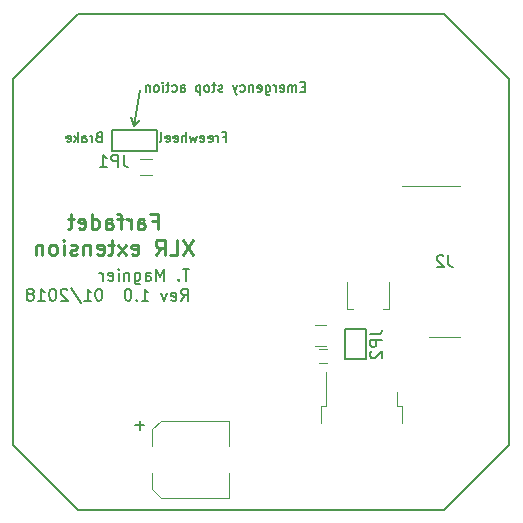
<source format=gbo>
G04 This is an RS-274x file exported by *
G04 gerbv version 2.6.2 *
G04 More information is available about gerbv at *
G04 http://gerbv.geda-project.org/ *
G04 --End of header info--*
%MOIN*%
%FSLAX34Y34*%
%IPPOS*%
G04 --Define apertures--*
%ADD10C,0.0039*%
%ADD11C,0.0079*%
%ADD12C,0.0059*%
%ADD13C,0.0098*%
%ADD14C,0.0047*%
G04 --Start main section--*
G54D11*
G01X0004035Y0012795D02*
G01X0004232Y0012992D01*
G01X0004035Y0012795D02*
G01X0003937Y0013091D01*
G01X0004232Y0013976D02*
G01X0004035Y0012795D01*
G54D12*
G01X0009715Y0014097D02*
G01X0009610Y0014097D01*
G01X0009565Y0013932D02*
G01X0009715Y0013932D01*
G01X0009715Y0013932D02*
G01X0009715Y0014247D01*
G01X0009715Y0014247D02*
G01X0009565Y0014247D01*
G01X0009430Y0013932D02*
G01X0009430Y0014142D01*
G01X0009430Y0014112D02*
G01X0009415Y0014127D01*
G01X0009415Y0014127D02*
G01X0009385Y0014142D01*
G01X0009385Y0014142D02*
G01X0009340Y0014142D01*
G01X0009340Y0014142D02*
G01X0009310Y0014127D01*
G01X0009310Y0014127D02*
G01X0009295Y0014097D01*
G01X0009295Y0014097D02*
G01X0009295Y0013932D01*
G01X0009295Y0014097D02*
G01X0009280Y0014127D01*
G01X0009280Y0014127D02*
G01X0009250Y0014142D01*
G01X0009250Y0014142D02*
G01X0009205Y0014142D01*
G01X0009205Y0014142D02*
G01X0009175Y0014127D01*
G01X0009175Y0014127D02*
G01X0009160Y0014097D01*
G01X0009160Y0014097D02*
G01X0009160Y0013932D01*
G01X0008890Y0013947D02*
G01X0008920Y0013932D01*
G01X0008920Y0013932D02*
G01X0008980Y0013932D01*
G01X0008980Y0013932D02*
G01X0009010Y0013947D01*
G01X0009010Y0013947D02*
G01X0009025Y0013977D01*
G01X0009025Y0013977D02*
G01X0009025Y0014097D01*
G01X0009025Y0014097D02*
G01X0009010Y0014127D01*
G01X0009010Y0014127D02*
G01X0008980Y0014142D01*
G01X0008980Y0014142D02*
G01X0008920Y0014142D01*
G01X0008920Y0014142D02*
G01X0008890Y0014127D01*
G01X0008890Y0014127D02*
G01X0008875Y0014097D01*
G01X0008875Y0014097D02*
G01X0008875Y0014067D01*
G01X0008875Y0014067D02*
G01X0009025Y0014037D01*
G01X0008740Y0013932D02*
G01X0008740Y0014142D01*
G01X0008740Y0014082D02*
G01X0008725Y0014112D01*
G01X0008725Y0014112D02*
G01X0008710Y0014127D01*
G01X0008710Y0014127D02*
G01X0008680Y0014142D01*
G01X0008680Y0014142D02*
G01X0008650Y0014142D01*
G01X0008410Y0014142D02*
G01X0008410Y0013887D01*
G01X0008410Y0013887D02*
G01X0008425Y0013857D01*
G01X0008425Y0013857D02*
G01X0008440Y0013842D01*
G01X0008440Y0013842D02*
G01X0008470Y0013827D01*
G01X0008470Y0013827D02*
G01X0008515Y0013827D01*
G01X0008515Y0013827D02*
G01X0008545Y0013842D01*
G01X0008410Y0013947D02*
G01X0008440Y0013932D01*
G01X0008440Y0013932D02*
G01X0008500Y0013932D01*
G01X0008500Y0013932D02*
G01X0008530Y0013947D01*
G01X0008530Y0013947D02*
G01X0008545Y0013962D01*
G01X0008545Y0013962D02*
G01X0008560Y0013992D01*
G01X0008560Y0013992D02*
G01X0008560Y0014082D01*
G01X0008560Y0014082D02*
G01X0008545Y0014112D01*
G01X0008545Y0014112D02*
G01X0008530Y0014127D01*
G01X0008530Y0014127D02*
G01X0008500Y0014142D01*
G01X0008500Y0014142D02*
G01X0008440Y0014142D01*
G01X0008440Y0014142D02*
G01X0008410Y0014127D01*
G01X0008140Y0013947D02*
G01X0008170Y0013932D01*
G01X0008170Y0013932D02*
G01X0008230Y0013932D01*
G01X0008230Y0013932D02*
G01X0008260Y0013947D01*
G01X0008260Y0013947D02*
G01X0008275Y0013977D01*
G01X0008275Y0013977D02*
G01X0008275Y0014097D01*
G01X0008275Y0014097D02*
G01X0008260Y0014127D01*
G01X0008260Y0014127D02*
G01X0008230Y0014142D01*
G01X0008230Y0014142D02*
G01X0008170Y0014142D01*
G01X0008170Y0014142D02*
G01X0008140Y0014127D01*
G01X0008140Y0014127D02*
G01X0008125Y0014097D01*
G01X0008125Y0014097D02*
G01X0008125Y0014067D01*
G01X0008125Y0014067D02*
G01X0008275Y0014037D01*
G01X0007990Y0014142D02*
G01X0007990Y0013932D01*
G01X0007990Y0014112D02*
G01X0007975Y0014127D01*
G01X0007975Y0014127D02*
G01X0007945Y0014142D01*
G01X0007945Y0014142D02*
G01X0007900Y0014142D01*
G01X0007900Y0014142D02*
G01X0007870Y0014127D01*
G01X0007870Y0014127D02*
G01X0007855Y0014097D01*
G01X0007855Y0014097D02*
G01X0007855Y0013932D01*
G01X0007570Y0013947D02*
G01X0007600Y0013932D01*
G01X0007600Y0013932D02*
G01X0007660Y0013932D01*
G01X0007660Y0013932D02*
G01X0007690Y0013947D01*
G01X0007690Y0013947D02*
G01X0007705Y0013962D01*
G01X0007705Y0013962D02*
G01X0007720Y0013992D01*
G01X0007720Y0013992D02*
G01X0007720Y0014082D01*
G01X0007720Y0014082D02*
G01X0007705Y0014112D01*
G01X0007705Y0014112D02*
G01X0007690Y0014127D01*
G01X0007690Y0014127D02*
G01X0007660Y0014142D01*
G01X0007660Y0014142D02*
G01X0007600Y0014142D01*
G01X0007600Y0014142D02*
G01X0007570Y0014127D01*
G01X0007465Y0014142D02*
G01X0007390Y0013932D01*
G01X0007315Y0014142D02*
G01X0007390Y0013932D01*
G01X0007390Y0013932D02*
G01X0007420Y0013857D01*
G01X0007420Y0013857D02*
G01X0007435Y0013842D01*
G01X0007435Y0013842D02*
G01X0007465Y0013827D01*
G01X0006970Y0013947D02*
G01X0006940Y0013932D01*
G01X0006940Y0013932D02*
G01X0006880Y0013932D01*
G01X0006880Y0013932D02*
G01X0006850Y0013947D01*
G01X0006850Y0013947D02*
G01X0006835Y0013977D01*
G01X0006835Y0013977D02*
G01X0006835Y0013992D01*
G01X0006835Y0013992D02*
G01X0006850Y0014022D01*
G01X0006850Y0014022D02*
G01X0006880Y0014037D01*
G01X0006880Y0014037D02*
G01X0006925Y0014037D01*
G01X0006925Y0014037D02*
G01X0006955Y0014052D01*
G01X0006955Y0014052D02*
G01X0006970Y0014082D01*
G01X0006970Y0014082D02*
G01X0006970Y0014097D01*
G01X0006970Y0014097D02*
G01X0006955Y0014127D01*
G01X0006955Y0014127D02*
G01X0006925Y0014142D01*
G01X0006925Y0014142D02*
G01X0006880Y0014142D01*
G01X0006880Y0014142D02*
G01X0006850Y0014127D01*
G01X0006745Y0014142D02*
G01X0006625Y0014142D01*
G01X0006700Y0014247D02*
G01X0006700Y0013977D01*
G01X0006700Y0013977D02*
G01X0006685Y0013947D01*
G01X0006685Y0013947D02*
G01X0006655Y0013932D01*
G01X0006655Y0013932D02*
G01X0006625Y0013932D01*
G01X0006475Y0013932D02*
G01X0006505Y0013947D01*
G01X0006505Y0013947D02*
G01X0006520Y0013962D01*
G01X0006520Y0013962D02*
G01X0006535Y0013992D01*
G01X0006535Y0013992D02*
G01X0006535Y0014082D01*
G01X0006535Y0014082D02*
G01X0006520Y0014112D01*
G01X0006520Y0014112D02*
G01X0006505Y0014127D01*
G01X0006505Y0014127D02*
G01X0006475Y0014142D01*
G01X0006475Y0014142D02*
G01X0006430Y0014142D01*
G01X0006430Y0014142D02*
G01X0006400Y0014127D01*
G01X0006400Y0014127D02*
G01X0006385Y0014112D01*
G01X0006385Y0014112D02*
G01X0006370Y0014082D01*
G01X0006370Y0014082D02*
G01X0006370Y0013992D01*
G01X0006370Y0013992D02*
G01X0006385Y0013962D01*
G01X0006385Y0013962D02*
G01X0006400Y0013947D01*
G01X0006400Y0013947D02*
G01X0006430Y0013932D01*
G01X0006430Y0013932D02*
G01X0006475Y0013932D01*
G01X0006235Y0014142D02*
G01X0006235Y0013827D01*
G01X0006235Y0014127D02*
G01X0006205Y0014142D01*
G01X0006205Y0014142D02*
G01X0006145Y0014142D01*
G01X0006145Y0014142D02*
G01X0006115Y0014127D01*
G01X0006115Y0014127D02*
G01X0006100Y0014112D01*
G01X0006100Y0014112D02*
G01X0006085Y0014082D01*
G01X0006085Y0014082D02*
G01X0006085Y0013992D01*
G01X0006085Y0013992D02*
G01X0006100Y0013962D01*
G01X0006100Y0013962D02*
G01X0006115Y0013947D01*
G01X0006115Y0013947D02*
G01X0006145Y0013932D01*
G01X0006145Y0013932D02*
G01X0006205Y0013932D01*
G01X0006205Y0013932D02*
G01X0006235Y0013947D01*
G01X0005576Y0013932D02*
G01X0005576Y0014097D01*
G01X0005576Y0014097D02*
G01X0005591Y0014127D01*
G01X0005591Y0014127D02*
G01X0005621Y0014142D01*
G01X0005621Y0014142D02*
G01X0005681Y0014142D01*
G01X0005681Y0014142D02*
G01X0005711Y0014127D01*
G01X0005576Y0013947D02*
G01X0005606Y0013932D01*
G01X0005606Y0013932D02*
G01X0005681Y0013932D01*
G01X0005681Y0013932D02*
G01X0005711Y0013947D01*
G01X0005711Y0013947D02*
G01X0005726Y0013977D01*
G01X0005726Y0013977D02*
G01X0005726Y0014007D01*
G01X0005726Y0014007D02*
G01X0005711Y0014037D01*
G01X0005711Y0014037D02*
G01X0005681Y0014052D01*
G01X0005681Y0014052D02*
G01X0005606Y0014052D01*
G01X0005606Y0014052D02*
G01X0005576Y0014067D01*
G01X0005291Y0013947D02*
G01X0005321Y0013932D01*
G01X0005321Y0013932D02*
G01X0005381Y0013932D01*
G01X0005381Y0013932D02*
G01X0005411Y0013947D01*
G01X0005411Y0013947D02*
G01X0005426Y0013962D01*
G01X0005426Y0013962D02*
G01X0005441Y0013992D01*
G01X0005441Y0013992D02*
G01X0005441Y0014082D01*
G01X0005441Y0014082D02*
G01X0005426Y0014112D01*
G01X0005426Y0014112D02*
G01X0005411Y0014127D01*
G01X0005411Y0014127D02*
G01X0005381Y0014142D01*
G01X0005381Y0014142D02*
G01X0005321Y0014142D01*
G01X0005321Y0014142D02*
G01X0005291Y0014127D01*
G01X0005201Y0014142D02*
G01X0005081Y0014142D01*
G01X0005156Y0014247D02*
G01X0005156Y0013977D01*
G01X0005156Y0013977D02*
G01X0005141Y0013947D01*
G01X0005141Y0013947D02*
G01X0005111Y0013932D01*
G01X0005111Y0013932D02*
G01X0005081Y0013932D01*
G01X0004976Y0013932D02*
G01X0004976Y0014142D01*
G01X0004976Y0014247D02*
G01X0004991Y0014232D01*
G01X0004991Y0014232D02*
G01X0004976Y0014217D01*
G01X0004976Y0014217D02*
G01X0004961Y0014232D01*
G01X0004961Y0014232D02*
G01X0004976Y0014247D01*
G01X0004976Y0014247D02*
G01X0004976Y0014217D01*
G01X0004781Y0013932D02*
G01X0004811Y0013947D01*
G01X0004811Y0013947D02*
G01X0004826Y0013962D01*
G01X0004826Y0013962D02*
G01X0004841Y0013992D01*
G01X0004841Y0013992D02*
G01X0004841Y0014082D01*
G01X0004841Y0014082D02*
G01X0004826Y0014112D01*
G01X0004826Y0014112D02*
G01X0004811Y0014127D01*
G01X0004811Y0014127D02*
G01X0004781Y0014142D01*
G01X0004781Y0014142D02*
G01X0004736Y0014142D01*
G01X0004736Y0014142D02*
G01X0004706Y0014127D01*
G01X0004706Y0014127D02*
G01X0004691Y0014112D01*
G01X0004691Y0014112D02*
G01X0004676Y0014082D01*
G01X0004676Y0014082D02*
G01X0004676Y0013992D01*
G01X0004676Y0013992D02*
G01X0004691Y0013962D01*
G01X0004691Y0013962D02*
G01X0004706Y0013947D01*
G01X0004706Y0013947D02*
G01X0004736Y0013932D01*
G01X0004736Y0013932D02*
G01X0004781Y0013932D01*
G01X0004541Y0014142D02*
G01X0004541Y0013932D01*
G01X0004541Y0014112D02*
G01X0004526Y0014127D01*
G01X0004526Y0014127D02*
G01X0004496Y0014142D01*
G01X0004496Y0014142D02*
G01X0004451Y0014142D01*
G01X0004451Y0014142D02*
G01X0004421Y0014127D01*
G01X0004421Y0014127D02*
G01X0004406Y0014097D01*
G01X0004406Y0014097D02*
G01X0004406Y0013932D01*
G01X0002842Y0012424D02*
G01X0002797Y0012409D01*
G01X0002797Y0012409D02*
G01X0002782Y0012394D01*
G01X0002782Y0012394D02*
G01X0002767Y0012364D01*
G01X0002767Y0012364D02*
G01X0002767Y0012319D01*
G01X0002767Y0012319D02*
G01X0002782Y0012289D01*
G01X0002782Y0012289D02*
G01X0002797Y0012274D01*
G01X0002797Y0012274D02*
G01X0002827Y0012259D01*
G01X0002827Y0012259D02*
G01X0002947Y0012259D01*
G01X0002947Y0012259D02*
G01X0002947Y0012574D01*
G01X0002947Y0012574D02*
G01X0002842Y0012574D01*
G01X0002842Y0012574D02*
G01X0002812Y0012559D01*
G01X0002812Y0012559D02*
G01X0002797Y0012544D01*
G01X0002797Y0012544D02*
G01X0002782Y0012514D01*
G01X0002782Y0012514D02*
G01X0002782Y0012484D01*
G01X0002782Y0012484D02*
G01X0002797Y0012454D01*
G01X0002797Y0012454D02*
G01X0002812Y0012439D01*
G01X0002812Y0012439D02*
G01X0002842Y0012424D01*
G01X0002842Y0012424D02*
G01X0002947Y0012424D01*
G01X0002632Y0012259D02*
G01X0002632Y0012469D01*
G01X0002632Y0012409D02*
G01X0002617Y0012439D01*
G01X0002617Y0012439D02*
G01X0002602Y0012454D01*
G01X0002602Y0012454D02*
G01X0002572Y0012469D01*
G01X0002572Y0012469D02*
G01X0002542Y0012469D01*
G01X0002302Y0012259D02*
G01X0002302Y0012424D01*
G01X0002302Y0012424D02*
G01X0002317Y0012454D01*
G01X0002317Y0012454D02*
G01X0002347Y0012469D01*
G01X0002347Y0012469D02*
G01X0002407Y0012469D01*
G01X0002407Y0012469D02*
G01X0002437Y0012454D01*
G01X0002302Y0012274D02*
G01X0002332Y0012259D01*
G01X0002332Y0012259D02*
G01X0002407Y0012259D01*
G01X0002407Y0012259D02*
G01X0002437Y0012274D01*
G01X0002437Y0012274D02*
G01X0002452Y0012304D01*
G01X0002452Y0012304D02*
G01X0002452Y0012334D01*
G01X0002452Y0012334D02*
G01X0002437Y0012364D01*
G01X0002437Y0012364D02*
G01X0002407Y0012379D01*
G01X0002407Y0012379D02*
G01X0002332Y0012379D01*
G01X0002332Y0012379D02*
G01X0002302Y0012394D01*
G01X0002152Y0012259D02*
G01X0002152Y0012574D01*
G01X0002122Y0012379D02*
G01X0002032Y0012259D01*
G01X0002032Y0012469D02*
G01X0002152Y0012349D01*
G01X0001777Y0012274D02*
G01X0001807Y0012259D01*
G01X0001807Y0012259D02*
G01X0001867Y0012259D01*
G01X0001867Y0012259D02*
G01X0001897Y0012274D01*
G01X0001897Y0012274D02*
G01X0001912Y0012304D01*
G01X0001912Y0012304D02*
G01X0001912Y0012424D01*
G01X0001912Y0012424D02*
G01X0001897Y0012454D01*
G01X0001897Y0012454D02*
G01X0001867Y0012469D01*
G01X0001867Y0012469D02*
G01X0001807Y0012469D01*
G01X0001807Y0012469D02*
G01X0001777Y0012454D01*
G01X0001777Y0012454D02*
G01X0001762Y0012424D01*
G01X0001762Y0012424D02*
G01X0001762Y0012394D01*
G01X0001762Y0012394D02*
G01X0001912Y0012364D01*
G01X0006986Y0012424D02*
G01X0007091Y0012424D01*
G01X0007091Y0012259D02*
G01X0007091Y0012574D01*
G01X0007091Y0012574D02*
G01X0006941Y0012574D01*
G01X0006821Y0012259D02*
G01X0006821Y0012469D01*
G01X0006821Y0012409D02*
G01X0006806Y0012439D01*
G01X0006806Y0012439D02*
G01X0006791Y0012454D01*
G01X0006791Y0012454D02*
G01X0006761Y0012469D01*
G01X0006761Y0012469D02*
G01X0006731Y0012469D01*
G01X0006506Y0012274D02*
G01X0006536Y0012259D01*
G01X0006536Y0012259D02*
G01X0006596Y0012259D01*
G01X0006596Y0012259D02*
G01X0006626Y0012274D01*
G01X0006626Y0012274D02*
G01X0006641Y0012304D01*
G01X0006641Y0012304D02*
G01X0006641Y0012424D01*
G01X0006641Y0012424D02*
G01X0006626Y0012454D01*
G01X0006626Y0012454D02*
G01X0006596Y0012469D01*
G01X0006596Y0012469D02*
G01X0006536Y0012469D01*
G01X0006536Y0012469D02*
G01X0006506Y0012454D01*
G01X0006506Y0012454D02*
G01X0006491Y0012424D01*
G01X0006491Y0012424D02*
G01X0006491Y0012394D01*
G01X0006491Y0012394D02*
G01X0006641Y0012364D01*
G01X0006236Y0012274D02*
G01X0006266Y0012259D01*
G01X0006266Y0012259D02*
G01X0006326Y0012259D01*
G01X0006326Y0012259D02*
G01X0006356Y0012274D01*
G01X0006356Y0012274D02*
G01X0006371Y0012304D01*
G01X0006371Y0012304D02*
G01X0006371Y0012424D01*
G01X0006371Y0012424D02*
G01X0006356Y0012454D01*
G01X0006356Y0012454D02*
G01X0006326Y0012469D01*
G01X0006326Y0012469D02*
G01X0006266Y0012469D01*
G01X0006266Y0012469D02*
G01X0006236Y0012454D01*
G01X0006236Y0012454D02*
G01X0006221Y0012424D01*
G01X0006221Y0012424D02*
G01X0006221Y0012394D01*
G01X0006221Y0012394D02*
G01X0006371Y0012364D01*
G01X0006116Y0012469D02*
G01X0006056Y0012259D01*
G01X0006056Y0012259D02*
G01X0005996Y0012409D01*
G01X0005996Y0012409D02*
G01X0005936Y0012259D01*
G01X0005936Y0012259D02*
G01X0005876Y0012469D01*
G01X0005756Y0012259D02*
G01X0005756Y0012574D01*
G01X0005621Y0012259D02*
G01X0005621Y0012424D01*
G01X0005621Y0012424D02*
G01X0005636Y0012454D01*
G01X0005636Y0012454D02*
G01X0005666Y0012469D01*
G01X0005666Y0012469D02*
G01X0005711Y0012469D01*
G01X0005711Y0012469D02*
G01X0005741Y0012454D01*
G01X0005741Y0012454D02*
G01X0005756Y0012439D01*
G01X0005352Y0012274D02*
G01X0005382Y0012259D01*
G01X0005382Y0012259D02*
G01X0005442Y0012259D01*
G01X0005442Y0012259D02*
G01X0005472Y0012274D01*
G01X0005472Y0012274D02*
G01X0005487Y0012304D01*
G01X0005487Y0012304D02*
G01X0005487Y0012424D01*
G01X0005487Y0012424D02*
G01X0005472Y0012454D01*
G01X0005472Y0012454D02*
G01X0005442Y0012469D01*
G01X0005442Y0012469D02*
G01X0005382Y0012469D01*
G01X0005382Y0012469D02*
G01X0005352Y0012454D01*
G01X0005352Y0012454D02*
G01X0005337Y0012424D01*
G01X0005337Y0012424D02*
G01X0005337Y0012394D01*
G01X0005337Y0012394D02*
G01X0005487Y0012364D01*
G01X0005082Y0012274D02*
G01X0005112Y0012259D01*
G01X0005112Y0012259D02*
G01X0005172Y0012259D01*
G01X0005172Y0012259D02*
G01X0005202Y0012274D01*
G01X0005202Y0012274D02*
G01X0005217Y0012304D01*
G01X0005217Y0012304D02*
G01X0005217Y0012424D01*
G01X0005217Y0012424D02*
G01X0005202Y0012454D01*
G01X0005202Y0012454D02*
G01X0005172Y0012469D01*
G01X0005172Y0012469D02*
G01X0005112Y0012469D01*
G01X0005112Y0012469D02*
G01X0005082Y0012454D01*
G01X0005082Y0012454D02*
G01X0005067Y0012424D01*
G01X0005067Y0012424D02*
G01X0005067Y0012394D01*
G01X0005067Y0012394D02*
G01X0005217Y0012364D01*
G01X0004887Y0012259D02*
G01X0004917Y0012274D01*
G01X0004917Y0012274D02*
G01X0004932Y0012304D01*
G01X0004932Y0012304D02*
G01X0004932Y0012574D01*
G54D11*
G01X0005868Y0008031D02*
G01X0005643Y0008031D01*
G01X0005756Y0007637D02*
G01X0005756Y0008031D01*
G01X0005512Y0007674D02*
G01X0005493Y0007656D01*
G01X0005493Y0007656D02*
G01X0005512Y0007637D01*
G01X0005512Y0007637D02*
G01X0005531Y0007656D01*
G01X0005531Y0007656D02*
G01X0005512Y0007674D01*
G01X0005512Y0007674D02*
G01X0005512Y0007637D01*
G01X0005024Y0007637D02*
G01X0005024Y0008031D01*
G01X0005024Y0008031D02*
G01X0004893Y0007749D01*
G01X0004893Y0007749D02*
G01X0004762Y0008031D01*
G01X0004762Y0008031D02*
G01X0004762Y0007637D01*
G01X0004406Y0007637D02*
G01X0004406Y0007843D01*
G01X0004406Y0007843D02*
G01X0004424Y0007881D01*
G01X0004424Y0007881D02*
G01X0004462Y0007899D01*
G01X0004462Y0007899D02*
G01X0004537Y0007899D01*
G01X0004537Y0007899D02*
G01X0004574Y0007881D01*
G01X0004406Y0007656D02*
G01X0004443Y0007637D01*
G01X0004443Y0007637D02*
G01X0004537Y0007637D01*
G01X0004537Y0007637D02*
G01X0004574Y0007656D01*
G01X0004574Y0007656D02*
G01X0004593Y0007693D01*
G01X0004593Y0007693D02*
G01X0004593Y0007731D01*
G01X0004593Y0007731D02*
G01X0004574Y0007768D01*
G01X0004574Y0007768D02*
G01X0004537Y0007787D01*
G01X0004537Y0007787D02*
G01X0004443Y0007787D01*
G01X0004443Y0007787D02*
G01X0004406Y0007806D01*
G01X0004049Y0007899D02*
G01X0004049Y0007581D01*
G01X0004049Y0007581D02*
G01X0004068Y0007543D01*
G01X0004068Y0007543D02*
G01X0004087Y0007524D01*
G01X0004087Y0007524D02*
G01X0004124Y0007506D01*
G01X0004124Y0007506D02*
G01X0004181Y0007506D01*
G01X0004181Y0007506D02*
G01X0004218Y0007524D01*
G01X0004049Y0007656D02*
G01X0004087Y0007637D01*
G01X0004087Y0007637D02*
G01X0004162Y0007637D01*
G01X0004162Y0007637D02*
G01X0004199Y0007656D01*
G01X0004199Y0007656D02*
G01X0004218Y0007674D01*
G01X0004218Y0007674D02*
G01X0004237Y0007712D01*
G01X0004237Y0007712D02*
G01X0004237Y0007824D01*
G01X0004237Y0007824D02*
G01X0004218Y0007862D01*
G01X0004218Y0007862D02*
G01X0004199Y0007881D01*
G01X0004199Y0007881D02*
G01X0004162Y0007899D01*
G01X0004162Y0007899D02*
G01X0004087Y0007899D01*
G01X0004087Y0007899D02*
G01X0004049Y0007881D01*
G01X0003862Y0007899D02*
G01X0003862Y0007637D01*
G01X0003862Y0007862D02*
G01X0003843Y0007881D01*
G01X0003843Y0007881D02*
G01X0003806Y0007899D01*
G01X0003806Y0007899D02*
G01X0003750Y0007899D01*
G01X0003750Y0007899D02*
G01X0003712Y0007881D01*
G01X0003712Y0007881D02*
G01X0003693Y0007843D01*
G01X0003693Y0007843D02*
G01X0003693Y0007637D01*
G01X0003506Y0007637D02*
G01X0003506Y0007899D01*
G01X0003506Y0008031D02*
G01X0003525Y0008012D01*
G01X0003525Y0008012D02*
G01X0003506Y0007993D01*
G01X0003506Y0007993D02*
G01X0003487Y0008012D01*
G01X0003487Y0008012D02*
G01X0003506Y0008031D01*
G01X0003506Y0008031D02*
G01X0003506Y0007993D01*
G01X0003168Y0007656D02*
G01X0003206Y0007637D01*
G01X0003206Y0007637D02*
G01X0003281Y0007637D01*
G01X0003281Y0007637D02*
G01X0003318Y0007656D01*
G01X0003318Y0007656D02*
G01X0003337Y0007693D01*
G01X0003337Y0007693D02*
G01X0003337Y0007843D01*
G01X0003337Y0007843D02*
G01X0003318Y0007881D01*
G01X0003318Y0007881D02*
G01X0003281Y0007899D01*
G01X0003281Y0007899D02*
G01X0003206Y0007899D01*
G01X0003206Y0007899D02*
G01X0003168Y0007881D01*
G01X0003168Y0007881D02*
G01X0003150Y0007843D01*
G01X0003150Y0007843D02*
G01X0003150Y0007806D01*
G01X0003150Y0007806D02*
G01X0003337Y0007768D01*
G01X0002981Y0007637D02*
G01X0002981Y0007899D01*
G01X0002981Y0007824D02*
G01X0002962Y0007862D01*
G01X0002962Y0007862D02*
G01X0002943Y0007881D01*
G01X0002943Y0007881D02*
G01X0002906Y0007899D01*
G01X0002906Y0007899D02*
G01X0002868Y0007899D01*
G01X0005587Y0006968D02*
G01X0005718Y0007155D01*
G01X0005812Y0006968D02*
G01X0005812Y0007361D01*
G01X0005812Y0007361D02*
G01X0005662Y0007361D01*
G01X0005662Y0007361D02*
G01X0005624Y0007343D01*
G01X0005624Y0007343D02*
G01X0005606Y0007324D01*
G01X0005606Y0007324D02*
G01X0005587Y0007286D01*
G01X0005587Y0007286D02*
G01X0005587Y0007230D01*
G01X0005587Y0007230D02*
G01X0005606Y0007193D01*
G01X0005606Y0007193D02*
G01X0005624Y0007174D01*
G01X0005624Y0007174D02*
G01X0005662Y0007155D01*
G01X0005662Y0007155D02*
G01X0005812Y0007155D01*
G01X0005268Y0006986D02*
G01X0005306Y0006968D01*
G01X0005306Y0006968D02*
G01X0005381Y0006968D01*
G01X0005381Y0006968D02*
G01X0005418Y0006986D01*
G01X0005418Y0006986D02*
G01X0005437Y0007024D01*
G01X0005437Y0007024D02*
G01X0005437Y0007174D01*
G01X0005437Y0007174D02*
G01X0005418Y0007211D01*
G01X0005418Y0007211D02*
G01X0005381Y0007230D01*
G01X0005381Y0007230D02*
G01X0005306Y0007230D01*
G01X0005306Y0007230D02*
G01X0005268Y0007211D01*
G01X0005268Y0007211D02*
G01X0005249Y0007174D01*
G01X0005249Y0007174D02*
G01X0005249Y0007136D01*
G01X0005249Y0007136D02*
G01X0005437Y0007099D01*
G01X0005118Y0007230D02*
G01X0005024Y0006968D01*
G01X0005024Y0006968D02*
G01X0004931Y0007230D01*
G01X0004274Y0006968D02*
G01X0004499Y0006968D01*
G01X0004387Y0006968D02*
G01X0004387Y0007361D01*
G01X0004387Y0007361D02*
G01X0004424Y0007305D01*
G01X0004424Y0007305D02*
G01X0004462Y0007268D01*
G01X0004462Y0007268D02*
G01X0004499Y0007249D01*
G01X0004106Y0007005D02*
G01X0004087Y0006986D01*
G01X0004087Y0006986D02*
G01X0004106Y0006968D01*
G01X0004106Y0006968D02*
G01X0004124Y0006986D01*
G01X0004124Y0006986D02*
G01X0004106Y0007005D01*
G01X0004106Y0007005D02*
G01X0004106Y0006968D01*
G01X0003843Y0007361D02*
G01X0003806Y0007361D01*
G01X0003806Y0007361D02*
G01X0003768Y0007343D01*
G01X0003768Y0007343D02*
G01X0003750Y0007324D01*
G01X0003750Y0007324D02*
G01X0003731Y0007286D01*
G01X0003731Y0007286D02*
G01X0003712Y0007211D01*
G01X0003712Y0007211D02*
G01X0003712Y0007118D01*
G01X0003712Y0007118D02*
G01X0003731Y0007043D01*
G01X0003731Y0007043D02*
G01X0003750Y0007005D01*
G01X0003750Y0007005D02*
G01X0003768Y0006986D01*
G01X0003768Y0006986D02*
G01X0003806Y0006968D01*
G01X0003806Y0006968D02*
G01X0003843Y0006968D01*
G01X0003843Y0006968D02*
G01X0003881Y0006986D01*
G01X0003881Y0006986D02*
G01X0003900Y0007005D01*
G01X0003900Y0007005D02*
G01X0003918Y0007043D01*
G01X0003918Y0007043D02*
G01X0003937Y0007118D01*
G01X0003937Y0007118D02*
G01X0003937Y0007211D01*
G01X0003937Y0007211D02*
G01X0003918Y0007286D01*
G01X0003918Y0007286D02*
G01X0003900Y0007324D01*
G01X0003900Y0007324D02*
G01X0003881Y0007343D01*
G01X0003881Y0007343D02*
G01X0003843Y0007361D01*
G01X0002868Y0007361D02*
G01X0002831Y0007361D01*
G01X0002831Y0007361D02*
G01X0002793Y0007343D01*
G01X0002793Y0007343D02*
G01X0002775Y0007324D01*
G01X0002775Y0007324D02*
G01X0002756Y0007286D01*
G01X0002756Y0007286D02*
G01X0002737Y0007211D01*
G01X0002737Y0007211D02*
G01X0002737Y0007118D01*
G01X0002737Y0007118D02*
G01X0002756Y0007043D01*
G01X0002756Y0007043D02*
G01X0002775Y0007005D01*
G01X0002775Y0007005D02*
G01X0002793Y0006986D01*
G01X0002793Y0006986D02*
G01X0002831Y0006968D01*
G01X0002831Y0006968D02*
G01X0002868Y0006968D01*
G01X0002868Y0006968D02*
G01X0002906Y0006986D01*
G01X0002906Y0006986D02*
G01X0002925Y0007005D01*
G01X0002925Y0007005D02*
G01X0002943Y0007043D01*
G01X0002943Y0007043D02*
G01X0002962Y0007118D01*
G01X0002962Y0007118D02*
G01X0002962Y0007211D01*
G01X0002962Y0007211D02*
G01X0002943Y0007286D01*
G01X0002943Y0007286D02*
G01X0002925Y0007324D01*
G01X0002925Y0007324D02*
G01X0002906Y0007343D01*
G01X0002906Y0007343D02*
G01X0002868Y0007361D01*
G01X0002362Y0006968D02*
G01X0002587Y0006968D01*
G01X0002475Y0006968D02*
G01X0002475Y0007361D01*
G01X0002475Y0007361D02*
G01X0002512Y0007305D01*
G01X0002512Y0007305D02*
G01X0002550Y0007268D01*
G01X0002550Y0007268D02*
G01X0002587Y0007249D01*
G01X0001912Y0007380D02*
G01X0002250Y0006874D01*
G01X0001800Y0007324D02*
G01X0001781Y0007343D01*
G01X0001781Y0007343D02*
G01X0001744Y0007361D01*
G01X0001744Y0007361D02*
G01X0001650Y0007361D01*
G01X0001650Y0007361D02*
G01X0001612Y0007343D01*
G01X0001612Y0007343D02*
G01X0001594Y0007324D01*
G01X0001594Y0007324D02*
G01X0001575Y0007286D01*
G01X0001575Y0007286D02*
G01X0001575Y0007249D01*
G01X0001575Y0007249D02*
G01X0001594Y0007193D01*
G01X0001594Y0007193D02*
G01X0001819Y0006968D01*
G01X0001819Y0006968D02*
G01X0001575Y0006968D01*
G01X0001331Y0007361D02*
G01X0001294Y0007361D01*
G01X0001294Y0007361D02*
G01X0001256Y0007343D01*
G01X0001256Y0007343D02*
G01X0001237Y0007324D01*
G01X0001237Y0007324D02*
G01X0001219Y0007286D01*
G01X0001219Y0007286D02*
G01X0001200Y0007211D01*
G01X0001200Y0007211D02*
G01X0001200Y0007118D01*
G01X0001200Y0007118D02*
G01X0001219Y0007043D01*
G01X0001219Y0007043D02*
G01X0001237Y0007005D01*
G01X0001237Y0007005D02*
G01X0001256Y0006986D01*
G01X0001256Y0006986D02*
G01X0001294Y0006968D01*
G01X0001294Y0006968D02*
G01X0001331Y0006968D01*
G01X0001331Y0006968D02*
G01X0001369Y0006986D01*
G01X0001369Y0006986D02*
G01X0001387Y0007005D01*
G01X0001387Y0007005D02*
G01X0001406Y0007043D01*
G01X0001406Y0007043D02*
G01X0001425Y0007118D01*
G01X0001425Y0007118D02*
G01X0001425Y0007211D01*
G01X0001425Y0007211D02*
G01X0001406Y0007286D01*
G01X0001406Y0007286D02*
G01X0001387Y0007324D01*
G01X0001387Y0007324D02*
G01X0001369Y0007343D01*
G01X0001369Y0007343D02*
G01X0001331Y0007361D01*
G01X0000825Y0006968D02*
G01X0001050Y0006968D01*
G01X0000937Y0006968D02*
G01X0000937Y0007361D01*
G01X0000937Y0007361D02*
G01X0000975Y0007305D01*
G01X0000975Y0007305D02*
G01X0001012Y0007268D01*
G01X0001012Y0007268D02*
G01X0001050Y0007249D01*
G01X0000600Y0007193D02*
G01X0000637Y0007211D01*
G01X0000637Y0007211D02*
G01X0000656Y0007230D01*
G01X0000656Y0007230D02*
G01X0000675Y0007268D01*
G01X0000675Y0007268D02*
G01X0000675Y0007286D01*
G01X0000675Y0007286D02*
G01X0000656Y0007324D01*
G01X0000656Y0007324D02*
G01X0000637Y0007343D01*
G01X0000637Y0007343D02*
G01X0000600Y0007361D01*
G01X0000600Y0007361D02*
G01X0000525Y0007361D01*
G01X0000525Y0007361D02*
G01X0000487Y0007343D01*
G01X0000487Y0007343D02*
G01X0000469Y0007324D01*
G01X0000469Y0007324D02*
G01X0000450Y0007286D01*
G01X0000450Y0007286D02*
G01X0000450Y0007268D01*
G01X0000450Y0007268D02*
G01X0000469Y0007230D01*
G01X0000469Y0007230D02*
G01X0000487Y0007211D01*
G01X0000487Y0007211D02*
G01X0000525Y0007193D01*
G01X0000525Y0007193D02*
G01X0000600Y0007193D01*
G01X0000600Y0007193D02*
G01X0000637Y0007174D01*
G01X0000637Y0007174D02*
G01X0000656Y0007155D01*
G01X0000656Y0007155D02*
G01X0000675Y0007118D01*
G01X0000675Y0007118D02*
G01X0000675Y0007043D01*
G01X0000675Y0007043D02*
G01X0000656Y0007005D01*
G01X0000656Y0007005D02*
G01X0000637Y0006986D01*
G01X0000637Y0006986D02*
G01X0000600Y0006968D01*
G01X0000600Y0006968D02*
G01X0000525Y0006968D01*
G01X0000525Y0006968D02*
G01X0000487Y0006986D01*
G01X0000487Y0006986D02*
G01X0000469Y0007005D01*
G01X0000469Y0007005D02*
G01X0000450Y0007043D01*
G01X0000450Y0007043D02*
G01X0000450Y0007118D01*
G01X0000450Y0007118D02*
G01X0000469Y0007155D01*
G01X0000469Y0007155D02*
G01X0000487Y0007174D01*
G01X0000487Y0007174D02*
G01X0000525Y0007193D01*
G54D13*
G01X0004638Y0009623D02*
G01X0004809Y0009623D01*
G01X0004809Y0009355D02*
G01X0004809Y0009867D01*
G01X0004809Y0009867D02*
G01X0004565Y0009867D01*
G01X0004151Y0009355D02*
G01X0004151Y0009623D01*
G01X0004151Y0009623D02*
G01X0004175Y0009672D01*
G01X0004175Y0009672D02*
G01X0004224Y0009696D01*
G01X0004224Y0009696D02*
G01X0004321Y0009696D01*
G01X0004321Y0009696D02*
G01X0004370Y0009672D01*
G01X0004151Y0009379D02*
G01X0004199Y0009355D01*
G01X0004199Y0009355D02*
G01X0004321Y0009355D01*
G01X0004321Y0009355D02*
G01X0004370Y0009379D01*
G01X0004370Y0009379D02*
G01X0004394Y0009428D01*
G01X0004394Y0009428D02*
G01X0004394Y0009477D01*
G01X0004394Y0009477D02*
G01X0004370Y0009526D01*
G01X0004370Y0009526D02*
G01X0004321Y0009550D01*
G01X0004321Y0009550D02*
G01X0004199Y0009550D01*
G01X0004199Y0009550D02*
G01X0004151Y0009574D01*
G01X0003907Y0009355D02*
G01X0003907Y0009696D01*
G01X0003907Y0009599D02*
G01X0003883Y0009648D01*
G01X0003883Y0009648D02*
G01X0003858Y0009672D01*
G01X0003858Y0009672D02*
G01X0003810Y0009696D01*
G01X0003810Y0009696D02*
G01X0003761Y0009696D01*
G01X0003663Y0009696D02*
G01X0003468Y0009696D01*
G01X0003590Y0009355D02*
G01X0003590Y0009794D01*
G01X0003590Y0009794D02*
G01X0003566Y0009843D01*
G01X0003566Y0009843D02*
G01X0003517Y0009867D01*
G01X0003517Y0009867D02*
G01X0003468Y0009867D01*
G01X0003078Y0009355D02*
G01X0003078Y0009623D01*
G01X0003078Y0009623D02*
G01X0003103Y0009672D01*
G01X0003103Y0009672D02*
G01X0003151Y0009696D01*
G01X0003151Y0009696D02*
G01X0003249Y0009696D01*
G01X0003249Y0009696D02*
G01X0003298Y0009672D01*
G01X0003078Y0009379D02*
G01X0003127Y0009355D01*
G01X0003127Y0009355D02*
G01X0003249Y0009355D01*
G01X0003249Y0009355D02*
G01X0003298Y0009379D01*
G01X0003298Y0009379D02*
G01X0003322Y0009428D01*
G01X0003322Y0009428D02*
G01X0003322Y0009477D01*
G01X0003322Y0009477D02*
G01X0003298Y0009526D01*
G01X0003298Y0009526D02*
G01X0003249Y0009550D01*
G01X0003249Y0009550D02*
G01X0003127Y0009550D01*
G01X0003127Y0009550D02*
G01X0003078Y0009574D01*
G01X0002615Y0009355D02*
G01X0002615Y0009867D01*
G01X0002615Y0009379D02*
G01X0002664Y0009355D01*
G01X0002664Y0009355D02*
G01X0002762Y0009355D01*
G01X0002762Y0009355D02*
G01X0002810Y0009379D01*
G01X0002810Y0009379D02*
G01X0002835Y0009404D01*
G01X0002835Y0009404D02*
G01X0002859Y0009453D01*
G01X0002859Y0009453D02*
G01X0002859Y0009599D01*
G01X0002859Y0009599D02*
G01X0002835Y0009648D01*
G01X0002835Y0009648D02*
G01X0002810Y0009672D01*
G01X0002810Y0009672D02*
G01X0002762Y0009696D01*
G01X0002762Y0009696D02*
G01X0002664Y0009696D01*
G01X0002664Y0009696D02*
G01X0002615Y0009672D01*
G01X0002177Y0009379D02*
G01X0002225Y0009355D01*
G01X0002225Y0009355D02*
G01X0002323Y0009355D01*
G01X0002323Y0009355D02*
G01X0002372Y0009379D01*
G01X0002372Y0009379D02*
G01X0002396Y0009428D01*
G01X0002396Y0009428D02*
G01X0002396Y0009623D01*
G01X0002396Y0009623D02*
G01X0002372Y0009672D01*
G01X0002372Y0009672D02*
G01X0002323Y0009696D01*
G01X0002323Y0009696D02*
G01X0002225Y0009696D01*
G01X0002225Y0009696D02*
G01X0002177Y0009672D01*
G01X0002177Y0009672D02*
G01X0002152Y0009623D01*
G01X0002152Y0009623D02*
G01X0002152Y0009574D01*
G01X0002152Y0009574D02*
G01X0002396Y0009526D01*
G01X0002006Y0009696D02*
G01X0001811Y0009696D01*
G01X0001933Y0009867D02*
G01X0001933Y0009428D01*
G01X0001933Y0009428D02*
G01X0001909Y0009379D01*
G01X0001909Y0009379D02*
G01X0001860Y0009355D01*
G01X0001860Y0009355D02*
G01X0001811Y0009355D01*
G01X0005991Y0009001D02*
G01X0005650Y0008489D01*
G01X0005650Y0009001D02*
G01X0005991Y0008489D01*
G01X0005211Y0008489D02*
G01X0005455Y0008489D01*
G01X0005455Y0008489D02*
G01X0005455Y0009001D01*
G01X0004748Y0008489D02*
G01X0004918Y0008733D01*
G01X0005040Y0008489D02*
G01X0005040Y0009001D01*
G01X0005040Y0009001D02*
G01X0004845Y0009001D01*
G01X0004845Y0009001D02*
G01X0004797Y0008976D01*
G01X0004797Y0008976D02*
G01X0004772Y0008952D01*
G01X0004772Y0008952D02*
G01X0004748Y0008903D01*
G01X0004748Y0008903D02*
G01X0004748Y0008830D01*
G01X0004748Y0008830D02*
G01X0004772Y0008781D01*
G01X0004772Y0008781D02*
G01X0004797Y0008757D01*
G01X0004797Y0008757D02*
G01X0004845Y0008733D01*
G01X0004845Y0008733D02*
G01X0005040Y0008733D01*
G01X0003944Y0008513D02*
G01X0003992Y0008489D01*
G01X0003992Y0008489D02*
G01X0004090Y0008489D01*
G01X0004090Y0008489D02*
G01X0004139Y0008513D01*
G01X0004139Y0008513D02*
G01X0004163Y0008562D01*
G01X0004163Y0008562D02*
G01X0004163Y0008757D01*
G01X0004163Y0008757D02*
G01X0004139Y0008806D01*
G01X0004139Y0008806D02*
G01X0004090Y0008830D01*
G01X0004090Y0008830D02*
G01X0003992Y0008830D01*
G01X0003992Y0008830D02*
G01X0003944Y0008806D01*
G01X0003944Y0008806D02*
G01X0003919Y0008757D01*
G01X0003919Y0008757D02*
G01X0003919Y0008708D01*
G01X0003919Y0008708D02*
G01X0004163Y0008660D01*
G01X0003749Y0008489D02*
G01X0003481Y0008830D01*
G01X0003749Y0008830D02*
G01X0003481Y0008489D01*
G01X0003359Y0008830D02*
G01X0003164Y0008830D01*
G01X0003286Y0009001D02*
G01X0003286Y0008562D01*
G01X0003286Y0008562D02*
G01X0003261Y0008513D01*
G01X0003261Y0008513D02*
G01X0003212Y0008489D01*
G01X0003212Y0008489D02*
G01X0003164Y0008489D01*
G01X0002798Y0008513D02*
G01X0002847Y0008489D01*
G01X0002847Y0008489D02*
G01X0002944Y0008489D01*
G01X0002944Y0008489D02*
G01X0002993Y0008513D01*
G01X0002993Y0008513D02*
G01X0003017Y0008562D01*
G01X0003017Y0008562D02*
G01X0003017Y0008757D01*
G01X0003017Y0008757D02*
G01X0002993Y0008806D01*
G01X0002993Y0008806D02*
G01X0002944Y0008830D01*
G01X0002944Y0008830D02*
G01X0002847Y0008830D01*
G01X0002847Y0008830D02*
G01X0002798Y0008806D01*
G01X0002798Y0008806D02*
G01X0002774Y0008757D01*
G01X0002774Y0008757D02*
G01X0002774Y0008708D01*
G01X0002774Y0008708D02*
G01X0003017Y0008660D01*
G01X0002554Y0008830D02*
G01X0002554Y0008489D01*
G01X0002554Y0008781D02*
G01X0002530Y0008806D01*
G01X0002530Y0008806D02*
G01X0002481Y0008830D01*
G01X0002481Y0008830D02*
G01X0002408Y0008830D01*
G01X0002408Y0008830D02*
G01X0002359Y0008806D01*
G01X0002359Y0008806D02*
G01X0002335Y0008757D01*
G01X0002335Y0008757D02*
G01X0002335Y0008489D01*
G01X0002116Y0008513D02*
G01X0002067Y0008489D01*
G01X0002067Y0008489D02*
G01X0001969Y0008489D01*
G01X0001969Y0008489D02*
G01X0001921Y0008513D01*
G01X0001921Y0008513D02*
G01X0001896Y0008562D01*
G01X0001896Y0008562D02*
G01X0001896Y0008586D01*
G01X0001896Y0008586D02*
G01X0001921Y0008635D01*
G01X0001921Y0008635D02*
G01X0001969Y0008660D01*
G01X0001969Y0008660D02*
G01X0002043Y0008660D01*
G01X0002043Y0008660D02*
G01X0002091Y0008684D01*
G01X0002091Y0008684D02*
G01X0002116Y0008733D01*
G01X0002116Y0008733D02*
G01X0002116Y0008757D01*
G01X0002116Y0008757D02*
G01X0002091Y0008806D01*
G01X0002091Y0008806D02*
G01X0002043Y0008830D01*
G01X0002043Y0008830D02*
G01X0001969Y0008830D01*
G01X0001969Y0008830D02*
G01X0001921Y0008806D01*
G01X0001677Y0008489D02*
G01X0001677Y0008830D01*
G01X0001677Y0009001D02*
G01X0001701Y0008976D01*
G01X0001701Y0008976D02*
G01X0001677Y0008952D01*
G01X0001677Y0008952D02*
G01X0001653Y0008976D01*
G01X0001653Y0008976D02*
G01X0001677Y0009001D01*
G01X0001677Y0009001D02*
G01X0001677Y0008952D01*
G01X0001360Y0008489D02*
G01X0001409Y0008513D01*
G01X0001409Y0008513D02*
G01X0001433Y0008538D01*
G01X0001433Y0008538D02*
G01X0001458Y0008586D01*
G01X0001458Y0008586D02*
G01X0001458Y0008733D01*
G01X0001458Y0008733D02*
G01X0001433Y0008781D01*
G01X0001433Y0008781D02*
G01X0001409Y0008806D01*
G01X0001409Y0008806D02*
G01X0001360Y0008830D01*
G01X0001360Y0008830D02*
G01X0001287Y0008830D01*
G01X0001287Y0008830D02*
G01X0001238Y0008806D01*
G01X0001238Y0008806D02*
G01X0001214Y0008781D01*
G01X0001214Y0008781D02*
G01X0001190Y0008733D01*
G01X0001190Y0008733D02*
G01X0001190Y0008586D01*
G01X0001190Y0008586D02*
G01X0001214Y0008538D01*
G01X0001214Y0008538D02*
G01X0001238Y0008513D01*
G01X0001238Y0008513D02*
G01X0001287Y0008489D01*
G01X0001287Y0008489D02*
G01X0001360Y0008489D01*
G01X0000970Y0008830D02*
G01X0000970Y0008489D01*
G01X0000970Y0008781D02*
G01X0000946Y0008806D01*
G01X0000946Y0008806D02*
G01X0000897Y0008830D01*
G01X0000897Y0008830D02*
G01X0000824Y0008830D01*
G01X0000824Y0008830D02*
G01X0000775Y0008806D01*
G01X0000775Y0008806D02*
G01X0000751Y0008757D01*
G01X0000751Y0008757D02*
G01X0000751Y0008489D01*
G54D12*
G01X0016535Y0014370D02*
G01X0016535Y0002165D01*
G01X0014370Y0016535D02*
G01X0016535Y0014370D01*
G01X0002165Y0016535D02*
G01X0014370Y0016535D01*
G01X0000000Y0014370D02*
G01X0002165Y0016535D01*
G01X0000000Y0002165D02*
G01X0000000Y0014370D01*
G01X0002165Y0000000D02*
G01X0000000Y0002165D01*
G01X0014370Y0000000D02*
G01X0002165Y0000000D01*
G01X0016535Y0002165D02*
G01X0014370Y0000000D01*
G54D14*
G01X0010039Y0006142D02*
G01X0010433Y0006142D01*
G01X0010433Y0005472D02*
G01X0010039Y0005472D01*
G01X0010197Y0004882D02*
G01X0010472Y0004882D01*
G01X0010472Y0005354D02*
G01X0010197Y0005354D01*
G01X0004232Y0011150D02*
G01X0004626Y0011150D01*
G01X0004626Y0011685D02*
G01X0004232Y0011685D01*
G01X0012512Y0006693D02*
G01X0012512Y0007591D01*
G01X0012311Y0006693D02*
G01X0012512Y0006693D01*
G01X0011110Y0006693D02*
G01X0011311Y0006693D01*
G01X0011110Y0007591D02*
G01X0011110Y0006693D01*
G01X0007205Y0002972D02*
G01X0007205Y0002114D01*
G01X0007205Y0000374D02*
G01X0007205Y0001232D01*
G01X0004606Y0002673D02*
G01X0004606Y0002114D01*
G01X0004606Y0000673D02*
G01X0004606Y0001232D01*
G01X0007205Y0002972D02*
G01X0004906Y0002972D01*
G01X0004906Y0002972D02*
G01X0004606Y0002673D01*
G01X0004606Y0000673D02*
G01X0004906Y0000374D01*
G01X0004906Y0000374D02*
G01X0007205Y0000374D01*
G54D12*
G01X0003285Y0012653D02*
G01X0004785Y0012653D01*
G01X0004785Y0012653D02*
G01X0004785Y0011953D01*
G01X0004785Y0011953D02*
G01X0003285Y0011953D01*
G01X0003285Y0012653D02*
G01X0003285Y0011953D01*
G01X0011767Y0006012D02*
G01X0011767Y0005012D01*
G01X0011067Y0005012D02*
G01X0011067Y0006012D01*
G01X0011067Y0005012D02*
G01X0011767Y0005012D01*
G01X0011767Y0006012D02*
G01X0011067Y0006012D01*
G54D14*
G01X0014894Y0010783D02*
G01X0014894Y0010791D01*
G01X0014894Y0010791D02*
G01X0013846Y0010791D01*
G01X0013846Y0010791D02*
G01X0013846Y0010783D01*
G01X0014894Y0005752D02*
G01X0014894Y0005744D01*
G01X0014894Y0005744D02*
G01X0013846Y0005744D01*
G01X0013846Y0005744D02*
G01X0013846Y0005752D01*
G01X0012939Y0010783D02*
G01X0013846Y0010783D01*
G01X0010246Y0002882D02*
G01X0010246Y0003472D01*
G01X0010246Y0003472D02*
G01X0010431Y0003472D01*
G01X0010431Y0003472D02*
G01X0010431Y0004587D01*
G01X0012963Y0002882D02*
G01X0012963Y0003472D01*
G01X0012963Y0003472D02*
G01X0012778Y0003472D01*
G01X0012778Y0003472D02*
G01X0012778Y0003906D01*
G54D12*
G01X0004370Y0002810D02*
G01X0004070Y0002810D01*
G01X0004220Y0002660D02*
G01X0004220Y0002960D01*
G01X0003675Y0011830D02*
G01X0003675Y0011549D01*
G01X0003675Y0011549D02*
G01X0003693Y0011492D01*
G01X0003693Y0011492D02*
G01X0003731Y0011455D01*
G01X0003731Y0011455D02*
G01X0003787Y0011436D01*
G01X0003787Y0011436D02*
G01X0003825Y0011436D01*
G01X0003487Y0011436D02*
G01X0003487Y0011830D01*
G01X0003487Y0011830D02*
G01X0003337Y0011830D01*
G01X0003337Y0011830D02*
G01X0003300Y0011811D01*
G01X0003300Y0011811D02*
G01X0003281Y0011792D01*
G01X0003281Y0011792D02*
G01X0003262Y0011755D01*
G01X0003262Y0011755D02*
G01X0003262Y0011699D01*
G01X0003262Y0011699D02*
G01X0003281Y0011661D01*
G01X0003281Y0011661D02*
G01X0003300Y0011642D01*
G01X0003300Y0011642D02*
G01X0003337Y0011624D01*
G01X0003337Y0011624D02*
G01X0003487Y0011624D01*
G01X0002887Y0011436D02*
G01X0003112Y0011436D01*
G01X0003000Y0011436D02*
G01X0003000Y0011830D01*
G01X0003000Y0011830D02*
G01X0003037Y0011774D01*
G01X0003037Y0011774D02*
G01X0003075Y0011736D01*
G01X0003075Y0011736D02*
G01X0003112Y0011717D01*
G01X0011891Y0005840D02*
G01X0012172Y0005840D01*
G01X0012172Y0005840D02*
G01X0012228Y0005859D01*
G01X0012228Y0005859D02*
G01X0012266Y0005896D01*
G01X0012266Y0005896D02*
G01X0012284Y0005952D01*
G01X0012284Y0005952D02*
G01X0012284Y0005990D01*
G01X0012284Y0005652D02*
G01X0011891Y0005652D01*
G01X0011891Y0005652D02*
G01X0011891Y0005502D01*
G01X0011891Y0005502D02*
G01X0011909Y0005465D01*
G01X0011909Y0005465D02*
G01X0011928Y0005446D01*
G01X0011928Y0005446D02*
G01X0011966Y0005427D01*
G01X0011966Y0005427D02*
G01X0012022Y0005427D01*
G01X0012022Y0005427D02*
G01X0012059Y0005446D01*
G01X0012059Y0005446D02*
G01X0012078Y0005465D01*
G01X0012078Y0005465D02*
G01X0012097Y0005502D01*
G01X0012097Y0005502D02*
G01X0012097Y0005652D01*
G01X0011928Y0005277D02*
G01X0011909Y0005259D01*
G01X0011909Y0005259D02*
G01X0011891Y0005221D01*
G01X0011891Y0005221D02*
G01X0011891Y0005127D01*
G01X0011891Y0005127D02*
G01X0011909Y0005090D01*
G01X0011909Y0005090D02*
G01X0011928Y0005071D01*
G01X0011928Y0005071D02*
G01X0011966Y0005052D01*
G01X0011966Y0005052D02*
G01X0012003Y0005052D01*
G01X0012003Y0005052D02*
G01X0012059Y0005071D01*
G01X0012059Y0005071D02*
G01X0012284Y0005296D01*
G01X0012284Y0005296D02*
G01X0012284Y0005052D01*
G01X0014501Y0008483D02*
G01X0014501Y0008202D01*
G01X0014501Y0008202D02*
G01X0014520Y0008146D01*
G01X0014520Y0008146D02*
G01X0014558Y0008108D01*
G01X0014558Y0008108D02*
G01X0014614Y0008090D01*
G01X0014614Y0008090D02*
G01X0014651Y0008090D01*
G01X0014333Y0008446D02*
G01X0014314Y0008465D01*
G01X0014314Y0008465D02*
G01X0014276Y0008483D01*
G01X0014276Y0008483D02*
G01X0014183Y0008483D01*
G01X0014183Y0008483D02*
G01X0014145Y0008465D01*
G01X0014145Y0008465D02*
G01X0014126Y0008446D01*
G01X0014126Y0008446D02*
G01X0014108Y0008408D01*
G01X0014108Y0008408D02*
G01X0014108Y0008371D01*
G01X0014108Y0008371D02*
G01X0014126Y0008315D01*
G01X0014126Y0008315D02*
G01X0014351Y0008090D01*
G01X0014351Y0008090D02*
G01X0014108Y0008090D01*
M02*

</source>
